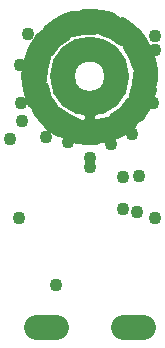
<source format=gbr>
%FSLAX34Y34*%
%MOMM*%
%LNSOLDERMASK_TOP*%
G71*
G01*
%ADD10C, 1.100*%
%ADD11C, 2.100*%
%ADD12C, 0.750*%
%ADD13R, 1.300X1.300*%
%LPD*%
X94000Y-121000D02*
G54D10*
D03*
X149000Y-55000D02*
G54D10*
D03*
X149000Y-67000D02*
G54D10*
D03*
X148000Y-112000D02*
G54D10*
D03*
X112000Y-146000D02*
G54D10*
D03*
X76000Y-145000D02*
G54D10*
D03*
X36000Y-112000D02*
G54D10*
D03*
X35000Y-79000D02*
G54D10*
D03*
X42000Y-53000D02*
G54D10*
D03*
G54D11*
X122500Y-301500D02*
X139500Y-301500D01*
G54D11*
X48500Y-301500D02*
X65500Y-301500D01*
X136000Y-173000D02*
G54D10*
D03*
X149000Y-209000D02*
G54D10*
D03*
X122000Y-201000D02*
G54D10*
D03*
X122000Y-174000D02*
G54D10*
D03*
X130000Y-138000D02*
G54D10*
D03*
X134000Y-204000D02*
G54D10*
D03*
X34500Y-209000D02*
G54D10*
D03*
X57000Y-140000D02*
G54D10*
D03*
X27000Y-142000D02*
G54D10*
D03*
X66000Y-266000D02*
G54D10*
D03*
X37000Y-127000D02*
G54D10*
D03*
X94000Y-158000D02*
G54D10*
D03*
X94000Y-166000D02*
G54D10*
D03*
G36*
X89958Y-128583D02*
X103964Y-141207D01*
X109059Y-141001D01*
X116599Y-138146D01*
X123418Y-134295D01*
X130292Y-128996D01*
X108350Y-126424D01*
X100205Y-128610D01*
X89958Y-128583D01*
G37*
G54D12*
X89958Y-128583D02*
X103964Y-141207D01*
X109059Y-141001D01*
X116599Y-138146D01*
X123418Y-134295D01*
X130292Y-128996D01*
X108350Y-126424D01*
X100205Y-128610D01*
X89958Y-128583D01*
G36*
X67453Y-118644D02*
X71364Y-137089D01*
X75607Y-139918D01*
X83385Y-142039D01*
X91165Y-142932D01*
X99841Y-142686D01*
X83602Y-127707D01*
X75728Y-124688D01*
X67453Y-118644D01*
G37*
G54D12*
X67453Y-118644D02*
X71364Y-137089D01*
X75607Y-139918D01*
X83385Y-142039D01*
X91165Y-142932D01*
X99841Y-142686D01*
X83602Y-127707D01*
X75728Y-124688D01*
X67453Y-118644D01*
G36*
X55125Y-97236D02*
X47448Y-114457D01*
X49217Y-119239D01*
X54263Y-125528D01*
X60033Y-130823D01*
X67196Y-135724D01*
X62863Y-114061D01*
X58266Y-106990D01*
X55125Y-97236D01*
G37*
G54D12*
X55125Y-97236D02*
X47448Y-114457D01*
X49217Y-119239D01*
X54263Y-125528D01*
X60033Y-130823D01*
X67196Y-135724D01*
X62863Y-114061D01*
X58266Y-106990D01*
X55125Y-97236D01*
G36*
X57406Y-73038D02*
X41072Y-82457D01*
X39693Y-87366D01*
X40079Y-95419D01*
X41634Y-103095D01*
X44549Y-111270D01*
X53776Y-91197D01*
X54214Y-82775D01*
X57406Y-73038D01*
G37*
G54D12*
X57406Y-73038D02*
X41072Y-82457D01*
X39693Y-87366D01*
X40079Y-95419D01*
X41634Y-103095D01*
X44549Y-111270D01*
X53776Y-91197D01*
X54214Y-82775D01*
X57406Y-73038D01*
G36*
X74130Y-54616D02*
X55379Y-52636D01*
X51378Y-55797D01*
X46956Y-62538D01*
X43703Y-69662D01*
X41256Y-77989D01*
X60520Y-67174D01*
X65824Y-60618D01*
X74130Y-54616D01*
G37*
G54D12*
X74130Y-54616D02*
X55379Y-52636D01*
X51378Y-55797D01*
X46956Y-62538D01*
X43703Y-69662D01*
X41256Y-77989D01*
X60520Y-67174D01*
X65824Y-60618D01*
X74130Y-54616D01*
G36*
X98057Y-49430D02*
X84051Y-36806D01*
X78956Y-37012D01*
X71416Y-39867D01*
X64597Y-43718D01*
X57723Y-49017D01*
X79664Y-51589D01*
X87810Y-49403D01*
X98057Y-49430D01*
G37*
G54D12*
X98057Y-49430D02*
X84051Y-36806D01*
X78956Y-37012D01*
X71416Y-39867D01*
X64597Y-43718D01*
X57723Y-49017D01*
X79664Y-51589D01*
X87810Y-49403D01*
X98057Y-49430D01*
G36*
X120573Y-59474D02*
X116662Y-41029D01*
X112419Y-38201D01*
X104641Y-36079D01*
X96860Y-35187D01*
X88185Y-35433D01*
X104424Y-50411D01*
X112298Y-53430D01*
X120573Y-59474D01*
G37*
G54D12*
X120573Y-59474D02*
X116662Y-41029D01*
X112419Y-38201D01*
X104641Y-36079D01*
X96860Y-35187D01*
X88185Y-35433D01*
X104424Y-50411D01*
X112298Y-53430D01*
X120573Y-59474D01*
G36*
X133094Y-80266D02*
X140830Y-63172D01*
X139094Y-58672D01*
X134049Y-52383D01*
X128279Y-47088D01*
X121116Y-42187D01*
X125449Y-63850D01*
X130045Y-70921D01*
X133094Y-80266D01*
G37*
G54D12*
X133094Y-80266D02*
X140830Y-63172D01*
X139094Y-58672D01*
X134049Y-52383D01*
X128279Y-47088D01*
X121116Y-42187D01*
X125449Y-63850D01*
X130045Y-70921D01*
X133094Y-80266D01*
G36*
X130373Y-105042D02*
X146706Y-95622D01*
X148086Y-90713D01*
X147700Y-82660D01*
X146144Y-74985D01*
X143230Y-66810D01*
X134002Y-86882D01*
X133565Y-95304D01*
X130373Y-105042D01*
G37*
G54D12*
X130373Y-105042D02*
X146706Y-95622D01*
X148086Y-90713D01*
X147700Y-82660D01*
X146144Y-74985D01*
X143230Y-66810D01*
X134002Y-86882D01*
X133565Y-95304D01*
X130373Y-105042D01*
G36*
X113885Y-123398D02*
X132636Y-125378D01*
X136637Y-122217D01*
X141058Y-115475D01*
X144312Y-108351D01*
X146759Y-100024D01*
X127495Y-110840D01*
X122191Y-117396D01*
X113885Y-123398D01*
G37*
G54D12*
X113885Y-123398D02*
X132636Y-125378D01*
X136637Y-122217D01*
X141058Y-115475D01*
X144312Y-108351D01*
X146759Y-100024D01*
X127495Y-110840D01*
X122191Y-117396D01*
X113885Y-123398D01*
X132000Y-116000D02*
G54D13*
D03*
X141000Y-87000D02*
G54D13*
D03*
X132000Y-61000D02*
G54D13*
D03*
X108000Y-44000D02*
G54D13*
D03*
X79000Y-44000D02*
G54D13*
D03*
X56000Y-62000D02*
G54D13*
D03*
X47000Y-89000D02*
G54D13*
D03*
X57000Y-116000D02*
G54D13*
D03*
X80000Y-133000D02*
G54D13*
D03*
X109000Y-133000D02*
G54D13*
D03*
G54D11*
G75*
G01X117000Y-89000D02*
G03X117000Y-89000I-23000J0D01*
G01*
M02*

</source>
